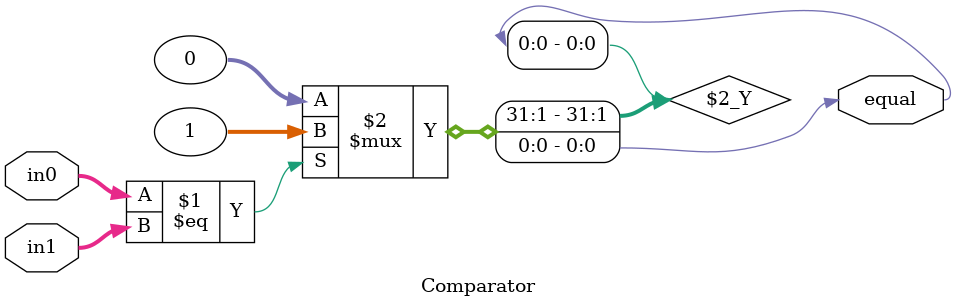
<source format=v>
/*
Comparator.v

Thomas Sowders

Comparator: evaluates whether two signals are equal.
*/



/* 

Comparator
Thomas Sowders

Compares two signals, and outputs whether they are equal in all bit positions.

Inputs:
in0, in1 -- Each is a 32-bit unsigned integer value

Outputs:
equal -- High if the inputs are equal in all bit positions, low otherwise.
*/

module Comparator (in0, in1, equal);
	//Declare ports
	input [31:0] in0, in1;
	output equal;
	
	//Output high if the inputs are equal in all bit positions, low otherwise
	assign equal = (in0 == in1)? 1 : 0;
	
endmodule
</source>
